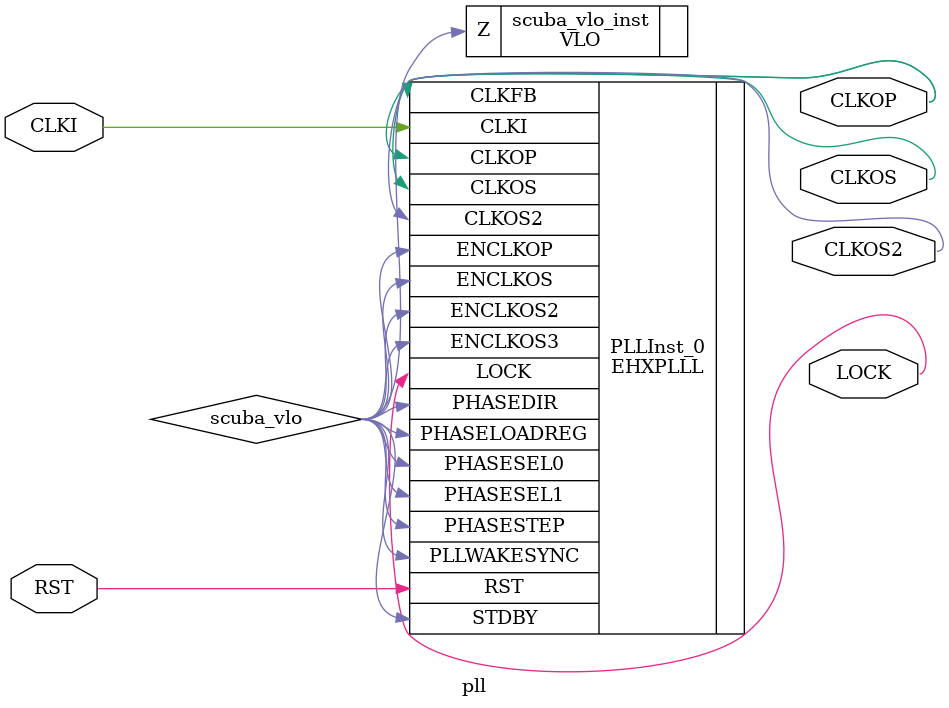
<source format=v>

module pll (CLKI, RST, CLKOP, CLKOS, CLKOS2, LOCK) /* synthesis syn_noprune=1, NGD_DRC_MASK=1, syn_module_defined=1 */ ;   // d:/desktop/rd_work/rd1184/check1/source/verilog/ecp5/clarity/pll_pix2byte_rgb888_2lane/pll/pll.v(8[8:11])
    input CLKI;   // d:/desktop/rd_work/rd1184/check1/source/verilog/ecp5/clarity/pll_pix2byte_rgb888_2lane/pll/pll.v(9[16:20])
    input RST;   // d:/desktop/rd_work/rd1184/check1/source/verilog/ecp5/clarity/pll_pix2byte_rgb888_2lane/pll/pll.v(10[16:19])
    output CLKOP;   // d:/desktop/rd_work/rd1184/check1/source/verilog/ecp5/clarity/pll_pix2byte_rgb888_2lane/pll/pll.v(11[17:22])
    output CLKOS;   // d:/desktop/rd_work/rd1184/check1/source/verilog/ecp5/clarity/pll_pix2byte_rgb888_2lane/pll/pll.v(12[17:22])
    output CLKOS2;   // d:/desktop/rd_work/rd1184/check1/source/verilog/ecp5/clarity/pll_pix2byte_rgb888_2lane/pll/pll.v(13[17:23])
    output LOCK;   // d:/desktop/rd_work/rd1184/check1/source/verilog/ecp5/clarity/pll_pix2byte_rgb888_2lane/pll/pll.v(14[17:21])
    
    wire scuba_vlo;   // d:/desktop/rd_work/rd1184/check1/source/verilog/ecp5/clarity/pll_pix2byte_rgb888_2lane/pll/pll.v(21[10:19])
    
    wire VCC_net;
    
    VLO scuba_vlo_inst (.Z(scuba_vlo));
    EHXPLLL PLLInst_0 (.CLKI(CLKI), .CLKFB(CLKOP), .PHASESEL0(scuba_vlo), 
            .PHASESEL1(scuba_vlo), .PHASEDIR(scuba_vlo), .PHASESTEP(scuba_vlo), 
            .PHASELOADREG(scuba_vlo), .STDBY(scuba_vlo), .PLLWAKESYNC(scuba_vlo), 
            .RST(RST), .ENCLKOP(scuba_vlo), .ENCLKOS(scuba_vlo), .ENCLKOS2(scuba_vlo), 
            .ENCLKOS3(scuba_vlo), .CLKOP(CLKOP), .CLKOS(CLKOS), .CLKOS2(CLKOS2), 
            .LOCK(LOCK)) /* synthesis FREQUENCY_PIN_CLKOS2="75.000000", FREQUENCY_PIN_CLKOS="300.000000", FREQUENCY_PIN_CLKOP="300.000000", FREQUENCY_PIN_CLKI="50.000000", ICP_CURRENT="9", LPF_RESISTOR="8", syn_instantiated=1 */ ;
    defparam PLLInst_0.CLKI_DIV = 1;
    defparam PLLInst_0.CLKFB_DIV = 6;
    defparam PLLInst_0.CLKOP_DIV = 2;
    defparam PLLInst_0.CLKOS_DIV = 2;
    defparam PLLInst_0.CLKOS2_DIV = 8;
    defparam PLLInst_0.CLKOS3_DIV = 1;
    defparam PLLInst_0.CLKOP_ENABLE = "ENABLED";
    defparam PLLInst_0.CLKOS_ENABLE = "ENABLED";
    defparam PLLInst_0.CLKOS2_ENABLE = "ENABLED";
    defparam PLLInst_0.CLKOS3_ENABLE = "DISABLED";
    defparam PLLInst_0.CLKOP_CPHASE = 1;
    defparam PLLInst_0.CLKOS_CPHASE = 1;
    defparam PLLInst_0.CLKOS2_CPHASE = 7;
    defparam PLLInst_0.CLKOS3_CPHASE = 0;
    defparam PLLInst_0.CLKOP_FPHASE = 0;
    defparam PLLInst_0.CLKOS_FPHASE = 4;
    defparam PLLInst_0.CLKOS2_FPHASE = 0;
    defparam PLLInst_0.CLKOS3_FPHASE = 0;
    defparam PLLInst_0.FEEDBK_PATH = "CLKOP";
    defparam PLLInst_0.CLKOP_TRIM_POL = "FALLING";
    defparam PLLInst_0.CLKOP_TRIM_DELAY = 0;
    defparam PLLInst_0.CLKOS_TRIM_POL = "FALLING";
    defparam PLLInst_0.CLKOS_TRIM_DELAY = 0;
    defparam PLLInst_0.OUTDIVIDER_MUXA = "DIVA";
    defparam PLLInst_0.OUTDIVIDER_MUXB = "DIVB";
    defparam PLLInst_0.OUTDIVIDER_MUXC = "DIVC";
    defparam PLLInst_0.OUTDIVIDER_MUXD = "DIVD";
    defparam PLLInst_0.PLL_LOCK_MODE = 0;
    defparam PLLInst_0.PLL_LOCK_DELAY = 200;
    defparam PLLInst_0.STDBY_ENABLE = "DISABLED";
    defparam PLLInst_0.REFIN_RESET = "DISABLED";
    defparam PLLInst_0.SYNC_ENABLE = "DISABLED";
    defparam PLLInst_0.INT_LOCK_STICKY = "ENABLED";
    defparam PLLInst_0.DPHASE_SOURCE = "DISABLED";
    defparam PLLInst_0.PLLRST_ENA = "ENABLED";
    defparam PLLInst_0.INTFB_WAKE = "DISABLED";
    GSR GSR_INST (.GSR(VCC_net));
    PUR PUR_INST (.PUR(VCC_net));
    defparam PUR_INST.RST_PULSE = 1;
    VHI i82 (.Z(VCC_net));
    
endmodule
//
// Verilog Description of module PUR
// module not written out since it is a black-box. 
//


</source>
